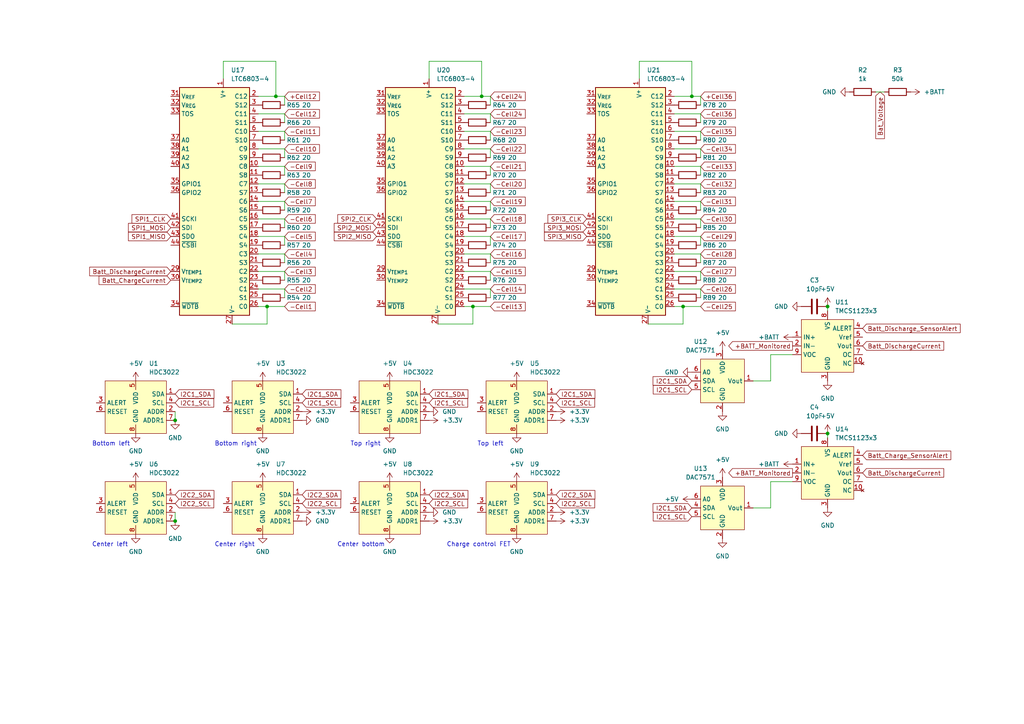
<source format=kicad_sch>
(kicad_sch (version 20230121) (generator eeschema)
  (paper "A4")
  (title_block (title "Cell monitoring") (date "2023-08-20") (rev "1") (company "Dynamium"))
  (lib_symbols
    (symbol "Analog_DAC:DAC7571"
      (property "Reference" "U" (at -1.27 11.43 0))
      (property "Value" "DAC7571" (at 5.08 11.43 0))
      (symbol "DAC7571_1_1"
        (rectangle (start -6.35 6.35) (end 6.35 -6.35) (fill (type background)))
        (pin output line (at 8.89 0 180) (length 2.54) (name "Vout") (number "1"))
        (pin power_out line (at 0 -8.89 90) (length 2.54) (name "GND") (number "2"))
        (pin power_in line (at 0 8.89 270) (length 2.54) (name "VDD") (number "3"))
        (pin bidirectional line (at -8.89 0 0) (length 2.54) (name "SDA") (number "4"))
        (pin input line (at -8.89 -2.54 0) (length 2.54) (name "SCL") (number "5"))
        (pin input line (at -8.89 2.54 0) (length 2.54) (name "A0") (number "6"))
      )
    )
    (symbol "Battery_Management:LTC6803-4"
      (property "Reference" "U" (at -10.16 34.29 0))
      (property "Value" "LTC6803-4" (at -10.16 -34.29 0))
      (symbol "LTC6803-4_0_1"
        (rectangle (start 10.16 -33.02) (end -10.16 33.02) (stroke (width 0.254)) (fill (type background)))
      )
      (symbol "LTC6803-4_1_1"
        (pin input line (at 2.54 35.56 270) (length 2.54) (name "V^{+}") (number "1"))
        (pin input line (at 12.7 10.16 180) (length 2.54) (name "C8") (number "10"))
        (pin input line (at 12.7 7.62 180) (length 2.54) (name "S8") (number "11"))
        (pin input line (at 12.7 5.08 180) (length 2.54) (name "C7") (number "12"))
        (pin input line (at 12.7 2.54 180) (length 2.54) (name "S7") (number "13"))
        (pin input line (at 12.7 0 180) (length 2.54) (name "C6") (number "14"))
        (pin input line (at 12.7 -2.54 180) (length 2.54) (name "S6") (number "15"))
        (pin input line (at 12.7 -5.08 180) (length 2.54) (name "C5") (number "16"))
        (pin input line (at 12.7 -7.62 180) (length 2.54) (name "S5") (number "17"))
        (pin input line (at 12.7 -10.16 180) (length 2.54) (name "C4") (number "18"))
        (pin input line (at 12.7 -12.7 180) (length 2.54) (name "S4") (number "19"))
        (pin input line (at 12.7 30.48 180) (length 2.54) (name "C12") (number "2"))
        (pin input line (at 12.7 -15.24 180) (length 2.54) (name "C3") (number "20"))
        (pin input line (at 12.7 -17.78 180) (length 2.54) (name "S3") (number "21"))
        (pin input line (at 12.7 -20.32 180) (length 2.54) (name "C2") (number "22"))
        (pin input line (at 12.7 -22.86 180) (length 2.54) (name "S2") (number "23"))
        (pin input line (at 12.7 -25.4 180) (length 2.54) (name "C1") (number "24"))
        (pin input line (at 12.7 -27.94 180) (length 2.54) (name "S1") (number "25"))
        (pin input line (at 12.7 -30.48 180) (length 2.54) (name "C0") (number "26"))
        (pin input line (at 5.08 -35.56 90) (length 2.54) (name "V^{-}") (number "27"))
        (pin no_connect line (at 0 33.02 270) (length 2.54) hide (name "NC") (number "28"))
        (pin input line (at -12.7 -20.32 0) (length 2.54) (name "V_{TEMP1}") (number "29"))
        (pin input line (at 12.7 27.94 180) (length 2.54) (name "S12") (number "3"))
        (pin input line (at -12.7 -22.86 0) (length 2.54) (name "V_{TEMP2}") (number "30"))
        (pin input line (at -12.7 30.48 0) (length 2.54) (name "V_{REF}") (number "31"))
        (pin input line (at -12.7 27.94 0) (length 2.54) (name "V_{REG}") (number "32"))
        (pin input line (at -12.7 25.4 0) (length 2.54) (name "TOS") (number "33"))
        (pin open_collector line (at -12.7 -30.48 0) (length 2.54) (name "~{WDTB}") (number "34"))
        (pin input line (at -12.7 5.08 0) (length 2.54) (name "GPIO1") (number "35"))
        (pin input line (at -12.7 2.54 0) (length 2.54) (name "GPIO2") (number "36"))
        (pin input line (at -12.7 17.78 0) (length 2.54) (name "A0") (number "37"))
        (pin input line (at -12.7 15.24 0) (length 2.54) (name "A1") (number "38"))
        (pin input line (at -12.7 12.7 0) (length 2.54) (name "A2") (number "39"))
        (pin input line (at 12.7 25.4 180) (length 2.54) (name "C11") (number "4"))
        (pin input line (at -12.7 10.16 0) (length 2.54) (name "A3") (number "40"))
        (pin input line (at -12.7 -5.08 0) (length 2.54) (name "SCKI") (number "41"))
        (pin input line (at -12.7 -7.62 0) (length 2.54) (name "SDI") (number "42"))
        (pin open_collector line (at -12.7 -10.16 0) (length 2.54) (name "SDO") (number "43"))
        (pin input line (at -12.7 -12.7 0) (length 2.54) (name "~{CSBI}") (number "44"))
        (pin input line (at 12.7 22.86 180) (length 2.54) (name "S11") (number "5"))
        (pin input line (at 12.7 20.32 180) (length 2.54) (name "C10") (number "6"))
        (pin input line (at 12.7 17.78 180) (length 2.54) (name "S10") (number "7"))
        (pin input line (at 12.7 15.24 180) (length 2.54) (name "C9") (number "8"))
        (pin input line (at 12.7 12.7 180) (length 2.54) (name "S9") (number "9"))
      )
    )
    (symbol "Device:C" (pin_numbers hide) (pin_names (offset 0.254))
      (property "Reference" "C" (at 0.635 2.54 0))
      (property "Value" "C" (at 0.635 -2.54 0))
      (symbol "C_0_1"
        (polyline (pts (xy -2.032 -0.762) (xy 2.032 -0.762)) (stroke (width 0.508)))
        (polyline (pts (xy -2.032 0.762) (xy 2.032 0.762)) (stroke (width 0.508)))
      )
      (symbol "C_1_1"
        (pin passive line (at 0 3.81 270) (length 2.794) (name "~") (number "1"))
        (pin passive line (at 0 -3.81 90) (length 2.794) (name "~") (number "2"))
      )
    )
    (symbol "Device:R" (pin_numbers hide) (pin_names (offset 0))
      (property "Reference" "R" (at 2.032 0 90))
      (property "Value" "R" (at 0 0 90))
      (symbol "R_0_1"
        (rectangle (start -1.016 -2.54) (end 1.016 2.54) (stroke (width 0.254)))
      )
      (symbol "R_1_1"
        (pin passive line (at 0 3.81 270) (length 1.27) (name "~") (number "1"))
        (pin passive line (at 0 -3.81 90) (length 1.27) (name "~") (number "2"))
      )
    )
    (symbol "Sensor_Current:TMCS1123x3"
      (property "Reference" "U" (at -5.08 8.89 0))
      (property "Value" "TMCS1123x3" (at 7.62 8.89 0))
      (symbol "TMCS1123x3_1_1"
        (rectangle (start -7.62 7.62) (end 7.62 -7.62) (fill (type background)))
        (pin input line (at -10.16 2.54 0) (length 2.54) (name "IN+") (number "1"))
        (pin no_connect line (at 10.16 -5.08 180) (length 2.54) (name "NC") (number "10"))
        (pin output line (at -10.16 0 0) (length 2.54) (name "IN-") (number "2"))
        (pin power_out line (at 0 -10.16 90) (length 2.54) (name "GND") (number "3"))
        (pin output line (at 10.16 5.08 180) (length 2.54) (name "ALERT") (number "4"))
        (pin output line (at 10.16 2.54 180) (length 2.54) (name "Vref") (number "5"))
        (pin output line (at 10.16 0 180) (length 2.54) (name "Vout") (number "6"))
        (pin output line (at 10.16 -2.54 180) (length 2.54) (name "OC") (number "7"))
        (pin power_in line (at 0 10.16 270) (length 2.54) (name "VS") (number "8"))
        (pin input line (at -10.16 -2.54 0) (length 2.54) (name "VOC") (number "9"))
      )
    )
    (symbol "Sensor_Humidity:HDC3022"
      (property "Reference" "U" (at -5.08 8.89 0))
      (property "Value" "HDC3022" (at 6.35 8.89 0))
      (symbol "HDC3022_1_1"
        (rectangle (start -8.89 7.62) (end 8.89 -7.62) (fill (type background)))
        (pin bidirectional line (at 11.43 3.81 180) (length 2.54) (name "SDA") (number "1"))
        (pin input line (at 11.43 -1.27 180) (length 2.54) (name "ADDR") (number "2"))
        (pin output line (at -11.43 1.27 0) (length 2.54) (name "ALERT") (number "3"))
        (pin input line (at 11.43 1.27 180) (length 2.54) (name "SCL") (number "4"))
        (pin power_in line (at 0 7.62 270) (length 2.54) (name "VDD") (number "5"))
        (pin input line (at -11.43 -1.27 0) (length 2.54) (name "RESET") (number "6"))
        (pin input line (at 11.43 -3.81 180) (length 2.54) (name "ADDR1") (number "7"))
        (pin power_out line (at 0 -7.62 90) (length 2.54) (name "GND") (number "8"))
      )
    )
    (symbol "power:+3.3V" (power) (pin_names (offset 0))
      (property "Value" "+3.3V" (at 0 3.556 0))
      (symbol "+3.3V_0_1"
        (polyline (pts (xy -0.762 1.27) (xy 0 2.54)))
        (polyline (pts (xy 0 0) (xy 0 2.54)))
        (polyline (pts (xy 0 2.54) (xy 0.762 1.27)))
      )
      (symbol "+3.3V_1_1"
        (pin power_in line (at 0 0 90) (length 0) hide (name "+3.3V") (number "1"))
      )
    )
    (symbol "power:+5V" (power) (pin_names (offset 0))
      (property "Value" "+5V" (at 0 3.556 0))
      (symbol "+5V_0_1"
        (polyline (pts (xy -0.762 1.27) (xy 0 2.54)))
        (polyline (pts (xy 0 0) (xy 0 2.54)))
        (polyline (pts (xy 0 2.54) (xy 0.762 1.27)))
      )
      (symbol "+5V_1_1"
        (pin power_in line (at 0 0 90) (length 0) hide (name "+5V") (number "1"))
      )
    )
    (symbol "power:+BATT" (power) (pin_names (offset 0))
      (property "Value" "+BATT" (at 0 3.556 0))
      (symbol "+BATT_0_1"
        (polyline (pts (xy -0.762 1.27) (xy 0 2.54)))
        (polyline (pts (xy 0 0) (xy 0 2.54)))
        (polyline (pts (xy 0 2.54) (xy 0.762 1.27)))
      )
      (symbol "+BATT_1_1"
        (pin power_in line (at 0 0 90) (length 0) hide (name "+BATT") (number "1"))
      )
    )
    (symbol "power:GND" (power) (pin_names (offset 0))
      (property "Value" "GND" (at 0 -3.81 0))
      (symbol "GND_0_1"
        (polyline (pts (xy 0 0) (xy 0 -1.27) (xy 1.27 -1.27) (xy 0 -2.54) (xy -1.27 -1.27) (xy 0 -1.27)))
      )
      (symbol "GND_1_1"
        (pin power_in line (at 0 0 270) (length 0) hide (name "GND") (number "1"))
      )
    )
  )
  (junction (at 240.03 88.9))
  (junction (at 137.16 88.9))
  (junction (at 50.8 121.92))
  (junction (at 50.8 151.13))
  (junction (at 139.7 27.94))
  (junction (at 200.66 27.94))
  (junction (at 80.01 27.94))
  (junction (at 240.03 125.73))
  (junction (at 77.47 88.9))
  (junction (at 198.12 88.9))
  (wire (pts (xy 185.42 17.78) (xy 200.66 17.78)))
  (wire (pts (xy 203.2 78.74) (xy 203.2 81.28)))
  (wire (pts (xy 195.58 83.82) (xy 203.2 83.82)))
  (wire (pts (xy 82.55 48.26) (xy 82.55 50.8)))
  (wire (pts (xy 195.58 68.58) (xy 203.2 68.58)))
  (wire (pts (xy 74.93 33.02) (xy 82.55 33.02)))
  (wire (pts (xy 74.93 27.94) (xy 80.01 27.94)))
  (wire (pts (xy 74.93 88.9) (xy 77.47 88.9)))
  (wire (pts (xy 142.24 83.82) (xy 142.24 86.36)))
  (wire (pts (xy 142.24 53.34) (xy 142.24 55.88)))
  (wire (pts (xy 134.62 33.02) (xy 142.24 33.02)))
  (wire (pts (xy 80.01 17.78) (xy 80.01 27.94)))
  (wire (pts (xy 64.77 22.86) (xy 64.77 17.78)))
  (wire (pts (xy 82.55 73.66) (xy 82.55 76.2)))
  (wire (pts (xy 74.93 63.5) (xy 82.55 63.5)))
  (wire (pts (xy 134.62 27.94) (xy 139.7 27.94)))
  (wire (pts (xy 82.55 83.82) (xy 82.55 86.36)))
  (wire (pts (xy 203.2 63.5) (xy 203.2 66.04)))
  (wire (pts (xy 203.2 53.34) (xy 203.2 55.88)))
  (wire (pts (xy 134.62 38.1) (xy 142.24 38.1)))
  (wire (pts (xy 137.16 88.9) (xy 142.24 88.9)))
  (wire (pts (xy 142.24 63.5) (xy 142.24 66.04)))
  (wire (pts (xy 142.24 33.02) (xy 142.24 35.56)))
  (wire (pts (xy 185.42 22.86) (xy 185.42 17.78)))
  (wire (pts (xy 195.58 58.42) (xy 203.2 58.42)))
  (wire (pts (xy 203.2 38.1) (xy 203.2 40.64)))
  (wire (pts (xy 74.93 38.1) (xy 82.55 38.1)))
  (wire (pts (xy 240.03 125.73) (xy 240.03 127)))
  (wire (pts (xy 82.55 68.58) (xy 82.55 71.12)))
  (wire (pts (xy 74.93 83.82) (xy 82.55 83.82)))
  (wire (pts (xy 142.24 48.26) (xy 142.24 50.8)))
  (wire (pts (xy 82.55 63.5) (xy 82.55 66.04)))
  (wire (pts (xy 82.55 43.18) (xy 82.55 45.72)))
  (wire (pts (xy 203.2 68.58) (xy 203.2 71.12)))
  (wire (pts (xy 218.44 110.49) (xy 223.52 110.49)))
  (wire (pts (xy 134.62 68.58) (xy 142.24 68.58)))
  (wire (pts (xy 124.46 22.86) (xy 124.46 17.78)))
  (wire (pts (xy 82.55 58.42) (xy 82.55 60.96)))
  (wire (pts (xy 142.24 38.1) (xy 142.24 40.64)))
  (wire (pts (xy 195.58 88.9) (xy 198.12 88.9)))
  (wire (pts (xy 203.2 33.02) (xy 203.2 35.56)))
  (wire (pts (xy 134.62 53.34) (xy 142.24 53.34)))
  (wire (pts (xy 200.66 17.78) (xy 200.66 27.94)))
  (wire (pts (xy 134.62 58.42) (xy 142.24 58.42)))
  (wire (pts (xy 134.62 48.26) (xy 142.24 48.26)))
  (wire (pts (xy 82.55 33.02) (xy 82.55 35.56)))
  (wire (pts (xy 137.16 93.98) (xy 137.16 88.9)))
  (wire (pts (xy 134.62 63.5) (xy 142.24 63.5)))
  (wire (pts (xy 74.93 78.74) (xy 82.55 78.74)))
  (wire (pts (xy 82.55 53.34) (xy 82.55 55.88)))
  (wire (pts (xy 77.47 88.9) (xy 82.55 88.9)))
  (wire (pts (xy 195.58 48.26) (xy 203.2 48.26)))
  (wire (pts (xy 134.62 88.9) (xy 137.16 88.9)))
  (wire (pts (xy 195.58 53.34) (xy 203.2 53.34)))
  (wire (pts (xy 64.77 17.78) (xy 80.01 17.78)))
  (wire (pts (xy 50.8 148.59) (xy 50.8 151.13)))
  (wire (pts (xy 82.55 78.74) (xy 82.55 81.28)))
  (wire (pts (xy 142.24 68.58) (xy 142.24 71.12)))
  (wire (pts (xy 203.2 83.82) (xy 203.2 86.36)))
  (wire (pts (xy 187.96 93.98) (xy 198.12 93.98)))
  (wire (pts (xy 223.52 102.87) (xy 229.87 102.87)))
  (wire (pts (xy 134.62 78.74) (xy 142.24 78.74)))
  (wire (pts (xy 142.24 58.42) (xy 142.24 60.96)))
  (wire (pts (xy 74.93 43.18) (xy 82.55 43.18)))
  (wire (pts (xy 142.24 78.74) (xy 142.24 81.28)))
  (wire (pts (xy 134.62 43.18) (xy 142.24 43.18)))
  (wire (pts (xy 82.55 27.94) (xy 82.55 30.48)))
  (wire (pts (xy 223.52 110.49) (xy 223.52 102.87)))
  (wire (pts (xy 195.58 73.66) (xy 203.2 73.66)))
  (wire (pts (xy 82.55 38.1) (xy 82.55 40.64)))
  (wire (pts (xy 127 93.98) (xy 137.16 93.98)))
  (wire (pts (xy 198.12 88.9) (xy 203.2 88.9)))
  (wire (pts (xy 203.2 27.94) (xy 203.2 30.48)))
  (wire (pts (xy 80.01 27.94) (xy 82.55 27.94)))
  (wire (pts (xy 77.47 93.98) (xy 77.47 88.9)))
  (wire (pts (xy 203.2 58.42) (xy 203.2 60.96)))
  (wire (pts (xy 142.24 43.18) (xy 142.24 45.72)))
  (wire (pts (xy 203.2 48.26) (xy 203.2 50.8)))
  (wire (pts (xy 74.93 73.66) (xy 82.55 73.66)))
  (wire (pts (xy 50.8 119.38) (xy 50.8 121.92)))
  (wire (pts (xy 134.62 73.66) (xy 142.24 73.66)))
  (wire (pts (xy 195.58 78.74) (xy 203.2 78.74)))
  (wire (pts (xy 142.24 27.94) (xy 142.24 30.48)))
  (wire (pts (xy 134.62 83.82) (xy 142.24 83.82)))
  (wire (pts (xy 195.58 33.02) (xy 203.2 33.02)))
  (wire (pts (xy 203.2 73.66) (xy 203.2 76.2)))
  (wire (pts (xy 139.7 27.94) (xy 142.24 27.94)))
  (wire (pts (xy 74.93 53.34) (xy 82.55 53.34)))
  (wire (pts (xy 223.52 147.32) (xy 223.52 139.7)))
  (wire (pts (xy 223.52 139.7) (xy 229.87 139.7)))
  (wire (pts (xy 139.7 17.78) (xy 139.7 27.94)))
  (wire (pts (xy 254 26.67) (xy 256.54 26.67)))
  (wire (pts (xy 142.24 73.66) (xy 142.24 76.2)))
  (wire (pts (xy 240.03 88.9) (xy 240.03 90.17)))
  (wire (pts (xy 198.12 93.98) (xy 198.12 88.9)))
  (wire (pts (xy 195.58 43.18) (xy 203.2 43.18)))
  (wire (pts (xy 195.58 38.1) (xy 203.2 38.1)))
  (wire (pts (xy 124.46 17.78) (xy 139.7 17.78)))
  (wire (pts (xy 74.93 58.42) (xy 82.55 58.42)))
  (wire (pts (xy 74.93 48.26) (xy 82.55 48.26)))
  (wire (pts (xy 74.93 68.58) (xy 82.55 68.58)))
  (wire (pts (xy 67.31 93.98) (xy 77.47 93.98)))
  (wire (pts (xy 200.66 27.94) (xy 203.2 27.94)))
  (wire (pts (xy 203.2 43.18) (xy 203.2 45.72)))
  (wire (pts (xy 218.44 147.32) (xy 223.52 147.32)))
  (wire (pts (xy 195.58 63.5) (xy 203.2 63.5)))
  (wire (pts (xy 195.58 27.94) (xy 200.66 27.94)))
  (text "Center left" (at 26.67 158.75 0) (effects (font (size 1.27 1.27)) (justify left bottom)))
  (text "Center bottom" (at 97.79 158.75 0) (effects (font (size 1.27 1.27)) (justify left bottom)))
  (text "Bottom left" (at 26.67 129.54 0) (effects (font (size 1.27 1.27)) (justify left bottom)))
  (text "Top right" (at 101.6 129.54 0) (effects (font (size 1.27 1.27)) (justify left bottom)))
  (text "Top left" (at 138.43 129.54 0) (effects (font (size 1.27 1.27)) (justify left bottom)))
  (text "Charge control FET" (at 129.54 158.75 0) (effects (font (size 1.27 1.27)) (justify left bottom)))
  (text "Bottom right" (at 62.23 129.54 0) (effects (font (size 1.27 1.27)) (justify left bottom)))
  (text "Center right" (at 62.23 158.75 0) (effects (font (size 1.27 1.27)) (justify left bottom)))
  (global_label "-Cell33" (shape input) (at 203.2 48.26 0) (property "Intersheetrefs" "${INTERSHEET_REFS}" (effects hide)))
  (global_label "I2C1_SDA" (shape input) (at 87.63 114.3 0) (property "Intersheetrefs" "${INTERSHEET_REFS}" (effects hide)))
  (global_label "-Cell17" (shape input) (at 142.24 68.58 0) (property "Intersheetrefs" "${INTERSHEET_REFS}" (effects hide)))
  (global_label "Batt_ChargeCurrent" (shape input) (at 49.53 81.28 180) (property "Intersheetrefs" "${INTERSHEET_REFS}" (effects hide)))
  (global_label "-Cell29" (shape input) (at 203.2 68.58 0) (property "Intersheetrefs" "${INTERSHEET_REFS}" (effects hide)))
  (global_label "-Cell15" (shape input) (at 142.24 78.74 0) (property "Intersheetrefs" "${INTERSHEET_REFS}" (effects hide)))
  (global_label "I2C1_SCL" (shape input) (at 50.8 116.84 0) (property "Intersheetrefs" "${INTERSHEET_REFS}" (effects hide)))
  (global_label "I2C2_SCL" (shape input) (at 87.63 146.05 0) (property "Intersheetrefs" "${INTERSHEET_REFS}" (effects hide)))
  (global_label "-Cell28" (shape input) (at 203.2 73.66 0) (property "Intersheetrefs" "${INTERSHEET_REFS}" (effects hide)))
  (global_label "+Сell12" (shape input) (at 82.55 27.94 0) (property "Intersheetrefs" "${INTERSHEET_REFS}" (effects hide)))
  (global_label "I2C2_SDA" (shape input) (at 87.63 143.51 0) (property "Intersheetrefs" "${INTERSHEET_REFS}" (effects hide)))
  (global_label "-Cell1" (shape input) (at 82.55 88.9 0) (property "Intersheetrefs" "${INTERSHEET_REFS}" (effects hide)))
  (global_label "SPI2_CLK" (shape input) (at 109.22 63.5 180) (property "Intersheetrefs" "${INTERSHEET_REFS}" (effects hide)))
  (global_label "I2C1_SCL" (shape input) (at 124.46 116.84 0) (property "Intersheetrefs" "${INTERSHEET_REFS}" (effects hide)))
  (global_label "SPI3_MISO" (shape input) (at 170.18 68.58 180) (property "Intersheetrefs" "${INTERSHEET_REFS}" (effects hide)))
  (global_label "-Cell7" (shape input) (at 82.55 58.42 0) (property "Intersheetrefs" "${INTERSHEET_REFS}" (effects hide)))
  (global_label "-Cell12" (shape input) (at 82.55 33.02 0) (property "Intersheetrefs" "${INTERSHEET_REFS}" (effects hide)))
  (global_label "I2C2_SDA" (shape input) (at 124.46 143.51 0) (property "Intersheetrefs" "${INTERSHEET_REFS}" (effects hide)))
  (global_label "SPI1_MOSI" (shape input) (at 49.53 66.04 180) (property "Intersheetrefs" "${INTERSHEET_REFS}" (effects hide)))
  (global_label "-Cell25" (shape input) (at 203.2 88.9 0) (property "Intersheetrefs" "${INTERSHEET_REFS}" (effects hide)))
  (global_label "-Cell30" (shape input) (at 203.2 63.5 0) (property "Intersheetrefs" "${INTERSHEET_REFS}" (effects hide)))
  (global_label "-Cell23" (shape input) (at 142.24 38.1 0) (property "Intersheetrefs" "${INTERSHEET_REFS}" (effects hide)))
  (global_label "-Cell13" (shape input) (at 142.24 88.9 0) (property "Intersheetrefs" "${INTERSHEET_REFS}" (effects hide)))
  (global_label "+Cell36" (shape input) (at 203.2 27.94 0) (property "Intersheetrefs" "${INTERSHEET_REFS}" (effects hide)))
  (global_label "I2C1_SDA" (shape input) (at 161.29 114.3 0) (property "Intersheetrefs" "${INTERSHEET_REFS}" (effects hide)))
  (global_label "-Cell10" (shape input) (at 82.55 43.18 0) (property "Intersheetrefs" "${INTERSHEET_REFS}" (effects hide)))
  (global_label "-Cell20" (shape input) (at 142.24 53.34 0) (property "Intersheetrefs" "${INTERSHEET_REFS}" (effects hide)))
  (global_label "I2C1_SDA" (shape input) (at 124.46 114.3 0) (property "Intersheetrefs" "${INTERSHEET_REFS}" (effects hide)))
  (global_label "I2C2_SCL" (shape input) (at 50.8 146.05 0) (property "Intersheetrefs" "${INTERSHEET_REFS}" (effects hide)))
  (global_label "-Cell32" (shape input) (at 203.2 53.34 0) (property "Intersheetrefs" "${INTERSHEET_REFS}" (effects hide)))
  (global_label "Batt_DischargeCurrent" (shape input) (at 49.53 78.74 180) (property "Intersheetrefs" "${INTERSHEET_REFS}" (effects hide)))
  (global_label "-Cell8" (shape input) (at 82.55 53.34 0) (property "Intersheetrefs" "${INTERSHEET_REFS}" (effects hide)))
  (global_label "-Cell16" (shape input) (at 142.24 73.66 0) (property "Intersheetrefs" "${INTERSHEET_REFS}" (effects hide)))
  (global_label "-Cell18" (shape input) (at 142.24 63.5 0) (property "Intersheetrefs" "${INTERSHEET_REFS}" (effects hide)))
  (global_label "-Cell4" (shape input) (at 82.55 73.66 0) (property "Intersheetrefs" "${INTERSHEET_REFS}" (effects hide)))
  (global_label "I2C1_SCL" (shape input) (at 200.66 113.03 180) (property "Intersheetrefs" "${INTERSHEET_REFS}" (effects hide)))
  (global_label "-Cell21" (shape input) (at 142.24 48.26 0) (property "Intersheetrefs" "${INTERSHEET_REFS}" (effects hide)))
  (global_label "I2C2_SDA" (shape input) (at 161.29 143.51 0) (property "Intersheetrefs" "${INTERSHEET_REFS}" (effects hide)))
  (global_label "I2C1_SDA" (shape input) (at 50.8 114.3 0) (property "Intersheetrefs" "${INTERSHEET_REFS}" (effects hide)))
  (global_label "-Cell19" (shape input) (at 142.24 58.42 0) (property "Intersheetrefs" "${INTERSHEET_REFS}" (effects hide)))
  (global_label "SPI2_MOSI" (shape input) (at 109.22 66.04 180) (property "Intersheetrefs" "${INTERSHEET_REFS}" (effects hide)))
  (global_label "-Cell36" (shape input) (at 203.2 33.02 0) (property "Intersheetrefs" "${INTERSHEET_REFS}" (effects hide)))
  (global_label "SPI3_CLK" (shape input) (at 170.18 63.5 180) (property "Intersheetrefs" "${INTERSHEET_REFS}" (effects hide)))
  (global_label "-Cell34" (shape input) (at 203.2 43.18 0) (property "Intersheetrefs" "${INTERSHEET_REFS}" (effects hide)))
  (global_label "I2C1_SCL" (shape input) (at 87.63 116.84 0) (property "Intersheetrefs" "${INTERSHEET_REFS}" (effects hide)))
  (global_label "I2C2_SDA" (shape input) (at 50.8 143.51 0) (property "Intersheetrefs" "${INTERSHEET_REFS}" (effects hide)))
  (global_label "SPI2_MISO" (shape input) (at 109.22 68.58 180) (property "Intersheetrefs" "${INTERSHEET_REFS}" (effects hide)))
  (global_label "-Cell35" (shape input) (at 203.2 38.1 0) (property "Intersheetrefs" "${INTERSHEET_REFS}" (effects hide)))
  (global_label "SPI1_MISO" (shape input) (at 49.53 68.58 180) (property "Intersheetrefs" "${INTERSHEET_REFS}" (effects hide)))
  (global_label "Batt_DischargeCurrent" (shape input) (at 250.19 100.33 0) (property "Intersheetrefs" "${INTERSHEET_REFS}" (effects hide)))
  (global_label "I2C2_SCL" (shape input) (at 124.46 146.05 0) (property "Intersheetrefs" "${INTERSHEET_REFS}" (effects hide)))
  (global_label "I2C1_SDA" (shape input) (at 200.66 110.49 180) (property "Intersheetrefs" "${INTERSHEET_REFS}" (effects hide)))
  (global_label "+BATT_Monitored" (shape output) (at 229.87 100.33 180) (property "Intersheetrefs" "${INTERSHEET_REFS}" (effects hide)))
  (global_label "-Cell9" (shape input) (at 82.55 48.26 0) (property "Intersheetrefs" "${INTERSHEET_REFS}" (effects hide)))
  (global_label "-Cell5" (shape input) (at 82.55 68.58 0) (property "Intersheetrefs" "${INTERSHEET_REFS}" (effects hide)))
  (global_label "-Cell26" (shape input) (at 203.2 83.82 0) (property "Intersheetrefs" "${INTERSHEET_REFS}" (effects hide)))
  (global_label "+Cell24" (shape input) (at 142.24 27.94 0) (property "Intersheetrefs" "${INTERSHEET_REFS}" (effects hide)))
  (global_label "-Cell6" (shape input) (at 82.55 63.5 0) (property "Intersheetrefs" "${INTERSHEET_REFS}" (effects hide)))
  (global_label "-Cell22" (shape input) (at 142.24 43.18 0) (property "Intersheetrefs" "${INTERSHEET_REFS}" (effects hide)))
  (global_label "+BATT_Monitored" (shape output) (at 229.87 137.16 180) (property "Intersheetrefs" "${INTERSHEET_REFS}" (effects hide)))
  (global_label "SPI1_CLK" (shape input) (at 49.53 63.5 180) (property "Intersheetrefs" "${INTERSHEET_REFS}" (effects hide)))
  (global_label "Batt_Discharge_SensorAlert" (shape input) (at 250.19 95.25 0) (property "Intersheetrefs" "${INTERSHEET_REFS}" (effects hide)))
  (global_label "-Cell2" (shape input) (at 82.55 83.82 0) (property "Intersheetrefs" "${INTERSHEET_REFS}" (effects hide)))
  (global_label "Batt_DischargeCurrent" (shape input) (at 250.19 137.16 0) (property "Intersheetrefs" "${INTERSHEET_REFS}" (effects hide)))
  (global_label "Bat_Voltage" (shape input) (at 255.27 26.67 270) (property "Intersheetrefs" "${INTERSHEET_REFS}" (effects hide)))
  (global_label "I2C1_SDA" (shape input) (at 200.66 147.32 180) (property "Intersheetrefs" "${INTERSHEET_REFS}" (effects hide)))
  (global_label "I2C1_SCL" (shape input) (at 161.29 116.84 0) (property "Intersheetrefs" "${INTERSHEET_REFS}" (effects hide)))
  (global_label "-Cell27" (shape input) (at 203.2 78.74 0) (property "Intersheetrefs" "${INTERSHEET_REFS}" (effects hide)))
  (global_label "-Cell24" (shape input) (at 142.24 33.02 0) (property "Intersheetrefs" "${INTERSHEET_REFS}" (effects hide)))
  (global_label "-Cell31" (shape input) (at 203.2 58.42 0) (property "Intersheetrefs" "${INTERSHEET_REFS}" (effects hide)))
  (global_label "-Cell3" (shape input) (at 82.55 78.74 0) (property "Intersheetrefs" "${INTERSHEET_REFS}" (effects hide)))
  (global_label "SPI3_MOSI" (shape input) (at 170.18 66.04 180) (property "Intersheetrefs" "${INTERSHEET_REFS}" (effects hide)))
  (global_label "I2C2_SCL" (shape input) (at 161.29 146.05 0) (property "Intersheetrefs" "${INTERSHEET_REFS}" (effects hide)))
  (global_label "I2C1_SCL" (shape input) (at 200.66 149.86 180) (property "Intersheetrefs" "${INTERSHEET_REFS}" (effects hide)))
  (global_label "Batt_Charge_SensorAlert" (shape input) (at 250.19 132.08 0) (property "Intersheetrefs" "${INTERSHEET_REFS}" (effects hide)))
  (global_label "-Cell14" (shape input) (at 142.24 83.82 0) (property "Intersheetrefs" "${INTERSHEET_REFS}" (effects hide)))
  (global_label "-Cell11" (shape input) (at 82.55 38.1 0) (property "Intersheetrefs" "${INTERSHEET_REFS}" (effects hide)))
  (symbol (lib_id "Device:R") (at 138.43 45.72 90) (unit 1)
    (property "Reference" "R69" (at 144.78 45.72 90))
    (property "Value" "20" (at 148.59 45.72 90))
    (instances (project "SmartBMS" (path "" (reference "R69") (unit 1)) (path "" (reference "R113") (unit 1))))
  )
  (symbol (lib_id "power:+3.3V") (at 161.29 151.13 270) (unit 1)
    (property "Reference" "#PWR045" (effects hide))
    (property "Value" "+3.3V" (at 165.1 151.13 90) (effects (justify left)))
  )
  (symbol (lib_id "Device:R") (at 199.39 55.88 90) (unit 1)
    (property "Reference" "R83" (at 205.74 55.88 90))
    (property "Value" "20" (at 209.55 55.88 90))
    (instances (project "SmartBMS" (path "" (reference "R83") (unit 1)) (path "" (reference "R129") (unit 1))))
  )
  (symbol (lib_id "power:GND") (at 39.37 125.73 0) (unit 1)
    (property "Reference" "#PWR013" (effects hide))
    (property "Value" "GND" (at 39.37 130.81 0))
  )
  (symbol (lib_id "Battery_Management:LTC6803-4") (at 62.23 58.42 0) (unit 1)
    (property "Reference" "U17" (at 66.9641 20.32 0) (effects (justify left)))
    (property "Value" "LTC6803-4" (at 66.9641 22.86 0) (effects (justify left)))
    (property "Footprint" "Package_SO:SSOP-44_5.3x12.8mm_P0.5mm" (effects hide))
    (property "Datasheet" "https://www.analog.com/media/en/technical-documentation/data-sheets/680324fa.pdf" (effects hide))
    (instances (project "SmartBMS" (path "" (reference "U17") (unit 1)) (path "" (reference "U24") (unit 1))))
  )
  (symbol (lib_id "power:GND") (at 39.37 154.94 0) (unit 1)
    (property "Reference" "#PWR032" (effects hide))
    (property "Value" "GND" (at 39.37 160.02 0))
  )
  (symbol (lib_id "power:+5V") (at 240.03 125.73 0) (unit 1)
    (property "Reference" "#PWR058" (effects hide))
    (property "Value" "+5V" (at 240.03 120.65 0))
  )
  (symbol (lib_id "power:+5V") (at 240.03 88.9 0) (unit 1)
    (property "Reference" "#PWR046" (effects hide))
    (property "Value" "+5V" (at 240.03 83.82 0))
  )
  (symbol (lib_id "power:GND") (at 149.86 154.94 0) (unit 1)
    (property "Reference" "#PWR043" (effects hide))
    (property "Value" "GND" (at 149.86 160.02 0))
  )
  (symbol (lib_id "Sensor_Humidity:HDC3022") (at 76.2 147.32 0) (unit 1)
    (property "Reference" "U7" (at 80.01 134.62 0) (effects (justify left)))
    (property "Value" "HDC3022" (at 80.01 137.16 0) (effects (justify left)))
    (property "Footprint" "Package_SON:Texas_S-PWSON-N8_EP1.2x2mm" (effects hide))
    (property "Datasheet" "https://www.ti.com/lit/ds/symlink/hdc3022.pdf" (effects hide))
  )
  (symbol (lib_id "Device:R") (at 199.39 76.2 90) (unit 1)
    (property "Reference" "R87" (at 205.74 76.2 90))
    (property "Value" "20" (at 209.55 76.2 90))
    (instances (project "SmartBMS" (path "" (reference "R87") (unit 1)) (path "" (reference "R133") (unit 1))))
  )
  (symbol (lib_id "power:GND") (at 209.55 119.38 0) (unit 1)
    (property "Reference" "#PWR049" (effects hide))
    (property "Value" "GND" (at 209.55 124.46 0))
  )
  (symbol (lib_id "Device:R") (at 260.35 26.67 90) (unit 1)
    (property "Reference" "R3" (at 260.35 20.32 90))
    (property "Value" "50k" (at 260.35 22.86 90))
  )
  (symbol (lib_id "power:GND") (at 124.46 148.59 90) (unit 1)
    (property "Reference" "#PWR040" (effects hide))
    (property "Value" "GND" (at 128.27 148.59 90) (effects (justify right)))
  )
  (symbol (lib_id "power:+3.3V") (at 87.63 148.59 270) (unit 1)
    (property "Reference" "#PWR036" (effects hide))
    (property "Value" "+3.3V" (at 91.44 148.59 90) (effects (justify left)))
  )
  (symbol (lib_id "power:GND") (at 240.03 147.32 0) (unit 1)
    (property "Reference" "#PWR059" (effects hide))
    (property "Value" "GND" (at 240.03 152.4 0))
  )
  (symbol (lib_id "Battery_Management:LTC6803-4") (at 121.92 58.42 0) (unit 1)
    (property "Reference" "U20" (at 126.6541 20.32 0) (effects (justify left)))
    (property "Value" "LTC6803-4" (at 126.6541 22.86 0) (effects (justify left)))
    (property "Footprint" "Package_SO:SSOP-44_5.3x12.8mm_P0.5mm" (effects hide))
    (property "Datasheet" "https://www.analog.com/media/en/technical-documentation/data-sheets/680324fa.pdf" (effects hide))
    (instances (project "SmartBMS" (path "" (reference "U20") (unit 1)) (path "" (reference "U27") (unit 1))))
  )
  (symbol (lib_id "Device:R") (at 138.43 35.56 90) (unit 1)
    (property "Reference" "R67" (at 144.78 35.56 90))
    (property "Value" "20" (at 148.59 35.56 90))
    (instances (project "SmartBMS" (path "" (reference "R67") (unit 1)) (path "" (reference "R111") (unit 1))))
  )
  (symbol (lib_id "power:+5V") (at 113.03 139.7 0) (unit 1)
    (property "Reference" "#PWR038" (effects hide))
    (property "Value" "+5V" (at 113.03 134.62 0))
  )
  (symbol (lib_id "Device:R") (at 78.74 50.8 90) (unit 1)
    (property "Reference" "R63" (at 85.09 50.8 90))
    (property "Value" "20" (at 88.9 50.8 90))
    (instances (project "SmartBMS" (path "" (reference "R63") (unit 1)) (path "" (reference "R98") (unit 1))))
  )
  (symbol (lib_id "Sensor_Humidity:HDC3022") (at 39.37 118.11 0) (unit 1)
    (property "Reference" "U1" (at 43.18 105.41 0) (effects (justify left)))
    (property "Value" "HDC3022" (at 43.18 107.95 0) (effects (justify left)))
    (property "Footprint" "Package_SON:Texas_S-PWSON-N8_EP1.2x2mm" (effects hide))
    (property "Datasheet" "https://www.ti.com/lit/ds/symlink/hdc3022.pdf" (effects hide))
  )
  (symbol (lib_id "Sensor_Humidity:HDC3022") (at 39.37 147.32 0) (unit 1)
    (property "Reference" "U6" (at 43.18 134.62 0) (effects (justify left)))
    (property "Value" "HDC3022" (at 43.18 137.16 0) (effects (justify left)))
    (property "Footprint" "Package_SON:Texas_S-PWSON-N8_EP1.2x2mm" (effects hide))
    (property "Datasheet" "https://www.ti.com/lit/ds/symlink/hdc3022.pdf" (effects hide))
  )
  (symbol (lib_id "power:+5V") (at 76.2 110.49 0) (unit 1)
    (property "Reference" "#PWR015" (effects hide))
    (property "Value" "+5V" (at 76.2 105.41 0))
  )
  (symbol (lib_id "Sensor_Humidity:HDC3022") (at 113.03 147.32 0) (unit 1)
    (property "Reference" "U8" (at 116.84 134.62 0) (effects (justify left)))
    (property "Value" "HDC3022" (at 116.84 137.16 0) (effects (justify left)))
    (property "Footprint" "Package_SON:Texas_S-PWSON-N8_EP1.2x2mm" (effects hide))
    (property "Datasheet" "https://www.ti.com/lit/ds/symlink/hdc3022.pdf" (effects hide))
  )
  (symbol (lib_id "Device:R") (at 199.39 40.64 90) (unit 1)
    (property "Reference" "R80" (at 205.74 40.64 90))
    (property "Value" "20" (at 209.55 40.64 90))
    (instances (project "SmartBMS" (path "" (reference "R80") (unit 1)) (path "" (reference "R126") (unit 1))))
  )
  (symbol (lib_id "power:+3.3V") (at 124.46 121.92 270) (unit 1)
    (property "Reference" "#PWR022" (effects hide))
    (property "Value" "+3.3V" (at 128.27 121.92 90) (effects (justify left)))
  )
  (symbol (lib_id "Device:R") (at 78.74 40.64 90) (unit 1)
    (property "Reference" "R61" (at 85.09 40.64 90))
    (property "Value" "20" (at 88.9 40.64 90))
    (instances (project "SmartBMS" (path "" (reference "R61") (unit 1)) (path "" (reference "R96") (unit 1))))
  )
  (symbol (lib_id "Device:R") (at 199.39 45.72 90) (unit 1)
    (property "Reference" "R81" (at 205.74 45.72 90))
    (property "Value" "20" (at 209.55 45.72 90))
    (instances (project "SmartBMS" (path "" (reference "R81") (unit 1)) (path "" (reference "R127") (unit 1))))
  )
  (symbol (lib_id "Device:R") (at 78.74 60.96 90) (unit 1)
    (property "Reference" "R59" (at 85.09 60.96 90))
    (property "Value" "20" (at 88.9 60.96 90))
    (instances (project "SmartBMS" (path "" (reference "R59") (unit 1)) (path "" (reference "R100") (unit 1))))
  )
  (symbol (lib_id "Device:R") (at 138.43 66.04 90) (unit 1)
    (property "Reference" "R73" (at 144.78 66.04 90))
    (property "Value" "20" (at 148.59 66.04 90))
    (instances (project "SmartBMS" (path "" (reference "R73") (unit 1)) (path "" (reference "R117") (unit 1))))
  )
  (symbol (lib_id "power:+5V") (at 149.86 110.49 0) (unit 1)
    (property "Reference" "#PWR026" (effects hide))
    (property "Value" "+5V" (at 149.86 105.41 0))
  )
  (symbol (lib_id "Device:R") (at 199.39 60.96 90) (unit 1)
    (property "Reference" "R84" (at 205.74 60.96 90))
    (property "Value" "20" (at 209.55 60.96 90))
    (instances (project "SmartBMS" (path "" (reference "R84") (unit 1)) (path "" (reference "R130") (unit 1))))
  )
  (symbol (lib_id "Device:R") (at 138.43 55.88 90) (unit 1)
    (property "Reference" "R71" (at 144.78 55.88 90))
    (property "Value" "20" (at 148.59 55.88 90))
    (instances (project "SmartBMS" (path "" (reference "R71") (unit 1)) (path "" (reference "R115") (unit 1))))
  )
  (symbol (lib_id "Device:R") (at 199.39 66.04 90) (unit 1)
    (property "Reference" "R85" (at 205.74 66.04 90))
    (property "Value" "20" (at 209.55 66.04 90))
    (instances (project "SmartBMS" (path "" (reference "R85") (unit 1)) (path "" (reference "R131") (unit 1))))
  )
  (symbol (lib_id "power:GND") (at 232.41 125.73 270) (unit 1)
    (property "Reference" "#PWR057" (effects hide))
    (property "Value" "GND" (at 228.6 125.73 90) (effects (justify right)))
  )
  (symbol (lib_id "Sensor_Humidity:HDC3022") (at 76.2 118.11 0) (unit 1)
    (property "Reference" "U3" (at 80.01 105.41 0) (effects (justify left)))
    (property "Value" "HDC3022" (at 80.01 107.95 0) (effects (justify left)))
    (property "Footprint" "Package_SON:Texas_S-PWSON-N8_EP1.2x2mm" (effects hide))
    (property "Datasheet" "https://www.ti.com/lit/ds/symlink/hdc3022.pdf" (effects hide))
  )
  (symbol (lib_id "power:+3.3V") (at 161.29 121.92 270) (unit 1)
    (property "Reference" "#PWR030" (effects hide))
    (property "Value" "+3.3V" (at 165.1 121.92 90) (effects (justify left)))
  )
  (symbol (lib_id "power:+BATT") (at 264.16 26.67 270) (unit 1)
    (property "Reference" "#PWR011" (effects hide))
    (property "Value" "+BATT" (at 267.97 26.67 90) (effects (justify left)))
  )
  (symbol (lib_id "Sensor_Humidity:HDC3022") (at 149.86 147.32 0) (unit 1)
    (property "Reference" "U9" (at 153.67 134.62 0) (effects (justify left)))
    (property "Value" "HDC3022" (at 153.67 137.16 0) (effects (justify left)))
    (property "Footprint" "Package_SON:Texas_S-PWSON-N8_EP1.2x2mm" (effects hide))
    (property "Datasheet" "https://www.ti.com/lit/ds/symlink/hdc3022.pdf" (effects hide))
  )
  (symbol (lib_id "Battery_Management:LTC6803-4") (at 182.88 58.42 0) (unit 1)
    (property "Reference" "U21" (at 187.6141 20.32 0) (effects (justify left)))
    (property "Value" "LTC6803-4" (at 187.6141 22.86 0) (effects (justify left)))
    (property "Footprint" "Package_SO:SSOP-44_5.3x12.8mm_P0.5mm" (effects hide))
    (property "Datasheet" "https://www.analog.com/media/en/technical-documentation/data-sheets/680324fa.pdf" (effects hide))
    (instances (project "SmartBMS" (path "" (reference "U21") (unit 1)) (path "" (reference "U30") (unit 1))))
  )
  (symbol (lib_id "power:+5V") (at 149.86 139.7 0) (unit 1)
    (property "Reference" "#PWR042" (effects hide))
    (property "Value" "+5V" (at 149.86 134.62 0))
  )
  (symbol (lib_id "power:GND") (at 200.66 107.95 270) (unit 1)
    (property "Reference" "#PWR051" (effects hide))
    (property "Value" "GND" (at 196.85 107.95 90) (effects (justify right)))
  )
  (symbol (lib_id "power:+5V") (at 39.37 110.49 0) (unit 1)
    (property "Reference" "#PWR012" (effects hide))
    (property "Value" "+5V" (at 39.37 105.41 0))
  )
  (symbol (lib_id "power:GND") (at 124.46 119.38 90) (unit 1)
    (property "Reference" "#PWR023" (effects hide))
    (property "Value" "GND" (at 128.27 119.38 90) (effects (justify right)))
  )
  (symbol (lib_id "Device:R") (at 138.43 40.64 90) (unit 1)
    (property "Reference" "R68" (at 144.78 40.64 90))
    (property "Value" "20" (at 148.59 40.64 90))
    (instances (project "SmartBMS" (path "" (reference "R68") (unit 1)) (path "" (reference "R112") (unit 1))))
  )
  (symbol (lib_id "power:GND") (at 209.55 156.21 0) (unit 1)
    (property "Reference" "#PWR054" (effects hide))
    (property "Value" "GND" (at 209.55 161.29 0))
  )
  (symbol (lib_id "power:+3.3V") (at 124.46 151.13 270) (unit 1)
    (property "Reference" "#PWR041" (effects hide))
    (property "Value" "+3.3V" (at 128.27 151.13 90) (effects (justify left)))
  )
  (symbol (lib_id "Sensor_Current:TMCS1123x3") (at 240.03 100.33 0) (unit 1)
    (property "Reference" "U11" (at 242.2241 87.63 0) (effects (justify left)))
    (property "Value" "TMCS1123x3" (at 242.2241 90.17 0) (effects (justify left)))
    (property "Footprint" "Package_SO:SOIC-DVG-10_5.3x10.2mm_P1.27mm" (effects hide))
  )
  (symbol (lib_id "Device:R") (at 138.43 71.12 90) (unit 1)
    (property "Reference" "R74" (at 144.78 71.12 90))
    (property "Value" "20" (at 148.59 71.12 90))
    (instances (project "SmartBMS" (path "" (reference "R74") (unit 1)) (path "" (reference "R118") (unit 1))))
  )
  (symbol (lib_id "power:+5V") (at 39.37 139.7 0) (unit 1)
    (property "Reference" "#PWR031" (effects hide))
    (property "Value" "+5V" (at 39.37 134.62 0))
  )
  (symbol (lib_id "Device:R") (at 138.43 30.48 90) (unit 1)
    (property "Reference" "R64" (at 144.78 30.48 90))
    (property "Value" "20" (at 148.59 30.48 90))
    (instances (project "SmartBMS" (path "" (reference "R64") (unit 1)) (path "" (reference "R110") (unit 1))))
  )
  (symbol (lib_id "Device:R") (at 78.74 71.12 90) (unit 1)
    (property "Reference" "R57" (at 85.09 71.12 90))
    (property "Value" "20" (at 88.9 71.12 90))
    (instances (project "SmartBMS" (path "" (reference "R57") (unit 1)) (path "" (reference "R102") (unit 1))))
  )
  (symbol (lib_id "Sensor_Current:TMCS1123x3") (at 240.03 137.16 0) (unit 1)
    (property "Reference" "U14" (at 242.2241 124.46 0) (effects (justify left)))
    (property "Value" "TMCS1123x3" (at 242.2241 127 0) (effects (justify left)))
    (property "Footprint" "Package_SO:SOIC-DVG-10_5.3x10.2mm_P1.27mm" (effects hide))
  )
  (symbol (lib_id "Device:C") (at 236.22 88.9 90) (unit 1)
    (property "Reference" "C3" (at 236.22 81.28 90))
    (property "Value" "10pF" (at 236.22 83.82 90))
  )
  (symbol (lib_id "Device:R") (at 199.39 86.36 90) (unit 1)
    (property "Reference" "R89" (at 205.74 86.36 90))
    (property "Value" "20" (at 209.55 86.36 90))
    (instances (project "SmartBMS" (path "" (reference "R89") (unit 1)) (path "" (reference "R135") (unit 1))))
  )
  (symbol (lib_id "power:GND") (at 113.03 125.73 0) (unit 1)
    (property "Reference" "#PWR021" (effects hide))
    (property "Value" "GND" (at 113.03 130.81 0))
  )
  (symbol (lib_id "Device:R") (at 199.39 35.56 90) (unit 1)
    (property "Reference" "R79" (at 205.74 35.56 90))
    (property "Value" "20" (at 209.55 35.56 90))
    (instances (project "SmartBMS" (path "" (reference "R79") (unit 1)) (path "" (reference "R125") (unit 1))))
  )
  (symbol (lib_id "power:GND") (at 149.86 125.73 0) (unit 1)
    (property "Reference" "#PWR027" (effects hide))
    (property "Value" "GND" (at 149.86 130.81 0))
  )
  (symbol (lib_id "power:+5V") (at 76.2 139.7 0) (unit 1)
    (property "Reference" "#PWR034" (effects hide))
    (property "Value" "+5V" (at 76.2 134.62 0))
  )
  (symbol (lib_id "power:GND") (at 246.38 26.67 270) (unit 1)
    (property "Reference" "#PWR010" (effects hide))
    (property "Value" "GND" (at 242.57 26.67 90) (effects (justify right)))
  )
  (symbol (lib_id "Device:R") (at 78.74 76.2 90) (unit 1)
    (property "Reference" "R56" (at 85.09 76.2 90))
    (property "Value" "20" (at 88.9 76.2 90))
    (instances (project "SmartBMS" (path "" (reference "R56") (unit 1)) (path "" (reference "R103") (unit 1))))
  )
  (symbol (lib_id "power:GND") (at 50.8 151.13 0) (unit 1)
    (property "Reference" "#PWR033" (effects hide))
    (property "Value" "GND" (at 50.8 156.21 0))
  )
  (symbol (lib_id "power:GND") (at 232.41 88.9 270) (unit 1)
    (property "Reference" "#PWR048" (effects hide))
    (property "Value" "GND" (at 228.6 88.9 90) (effects (justify right)))
  )
  (symbol (lib_id "power:+3.3V") (at 161.29 119.38 270) (unit 1)
    (property "Reference" "#PWR028" (effects hide))
    (property "Value" "+3.3V" (at 165.1 119.38 90) (effects (justify left)))
  )
  (symbol (lib_id "power:+5V") (at 209.55 101.6 0) (unit 1)
    (property "Reference" "#PWR050" (effects hide))
    (property "Value" "+5V" (at 209.55 96.52 0))
  )
  (symbol (lib_id "power:GND") (at 76.2 154.94 0) (unit 1)
    (property "Reference" "#PWR035" (effects hide))
    (property "Value" "GND" (at 76.2 160.02 0))
  )
  (symbol (lib_id "power:GND") (at 87.63 151.13 90) (unit 1)
    (property "Reference" "#PWR037" (effects hide))
    (property "Value" "GND" (at 91.44 151.13 90) (effects (justify right)))
  )
  (symbol (lib_id "power:GND") (at 87.63 121.92 90) (unit 1)
    (property "Reference" "#PWR017" (effects hide))
    (property "Value" "GND" (at 91.44 121.92 90) (effects (justify right)))
  )
  (symbol (lib_id "Device:R") (at 138.43 60.96 90) (unit 1)
    (property "Reference" "R72" (at 144.78 60.96 90))
    (property "Value" "20" (at 148.59 60.96 90))
    (instances (project "SmartBMS" (path "" (reference "R72") (unit 1)) (path "" (reference "R116") (unit 1))))
  )
  (symbol (lib_id "Device:R") (at 78.74 66.04 90) (unit 1)
    (property "Reference" "R60" (at 85.09 66.04 90))
    (property "Value" "20" (at 88.9 66.04 90))
    (instances (project "SmartBMS" (path "" (reference "R60") (unit 1)) (path "" (reference "R101") (unit 1))))
  )
  (symbol (lib_id "Device:C") (at 236.22 125.73 90) (unit 1)
    (property "Reference" "C4" (at 236.22 118.11 90))
    (property "Value" "10pF" (at 236.22 120.65 90))
  )
  (symbol (lib_id "power:+BATT") (at 229.87 97.79 90) (unit 1)
    (property "Reference" "#PWR09" (effects hide))
    (property "Value" "+BATT" (at 226.06 97.79 90) (effects (justify left)))
  )
  (symbol (lib_id "Device:R") (at 138.43 50.8 90) (unit 1)
    (property "Reference" "R70" (at 144.78 50.8 90))
    (property "Value" "20" (at 148.59 50.8 90))
    (instances (project "SmartBMS" (path "" (reference "R70") (unit 1)) (path "" (reference "R114") (unit 1))))
  )
  (symbol (lib_id "Device:R") (at 78.74 55.88 90) (unit 1)
    (property "Reference" "R58" (at 85.09 55.88 90))
    (property "Value" "20" (at 88.9 55.88 90))
    (instances (project "SmartBMS" (path "" (reference "R58") (unit 1)) (path "" (reference "R99") (unit 1))))
  )
  (symbol (lib_id "power:+5V") (at 113.03 110.49 0) (unit 1)
    (property "Reference" "#PWR020" (effects hide))
    (property "Value" "+5V" (at 113.03 105.41 0))
  )
  (symbol (lib_id "power:+5V") (at 200.66 144.78 90) (unit 1)
    (property "Reference" "#PWR052" (effects hide))
    (property "Value" "+5V" (at 196.85 144.78 90) (effects (justify left)))
  )
  (symbol (lib_id "Device:R") (at 250.19 26.67 90) (unit 1)
    (property "Reference" "R2" (at 250.19 20.32 90))
    (property "Value" "1k" (at 250.19 22.86 90))
  )
  (symbol (lib_id "Device:R") (at 138.43 76.2 90) (unit 1)
    (property "Reference" "R75" (at 144.78 76.2 90))
    (property "Value" "20" (at 148.59 76.2 90))
    (instances (project "SmartBMS" (path "" (reference "R75") (unit 1)) (path "" (reference "R119") (unit 1))))
  )
  (symbol (lib_id "power:+3.3V") (at 161.29 148.59 270) (unit 1)
    (property "Reference" "#PWR044" (effects hide))
    (property "Value" "+3.3V" (at 165.1 148.59 90) (effects (justify left)))
  )
  (symbol (lib_id "Sensor_Humidity:HDC3022") (at 149.86 118.11 0) (unit 1)
    (property "Reference" "U5" (at 153.67 105.41 0) (effects (justify left)))
    (property "Value" "HDC3022" (at 153.67 107.95 0) (effects (justify left)))
    (property "Footprint" "Package_SON:Texas_S-PWSON-N8_EP1.2x2mm" (effects hide))
    (property "Datasheet" "https://www.ti.com/lit/ds/symlink/hdc3022.pdf" (effects hide))
  )
  (symbol (lib_id "Sensor_Humidity:HDC3022") (at 113.03 118.11 0) (unit 1)
    (property "Reference" "U4" (at 116.84 105.41 0) (effects (justify left)))
    (property "Value" "HDC3022" (at 116.84 107.95 0) (effects (justify left)))
    (property "Footprint" "Package_SON:Texas_S-PWSON-N8_EP1.2x2mm" (effects hide))
    (property "Datasheet" "https://www.ti.com/lit/ds/symlink/hdc3022.pdf" (effects hide))
  )
  (symbol (lib_id "Analog_DAC:DAC7571") (at 209.55 147.32 0) (unit 1)
    (property "Reference" "U13" (at 203.2 135.89 0))
    (property "Value" "DAC7571" (at 203.2 138.43 0))
    (property "Footprint" "Package_TO_SOT_SMD:TSOT-23-6_HandSoldering" (effects hide))
    (property "Datasheet" "https://www.ti.com/lit/ds/symlink/dac7571.pdf" (effects hide))
  )
  (symbol (lib_id "Analog_DAC:DAC7571") (at 209.55 110.49 0) (unit 1)
    (property "Reference" "U12" (at 203.2 99.06 0))
    (property "Value" "DAC7571" (at 203.2 101.6 0))
    (property "Footprint" "Package_TO_SOT_SMD:TSOT-23-6_HandSoldering" (effects hide))
    (property "Datasheet" "https://www.ti.com/lit/ds/symlink/dac7571.pdf" (effects hide))
  )
  (symbol (lib_id "Device:R") (at 199.39 71.12 90) (unit 1)
    (property "Reference" "R86" (at 205.74 71.12 90))
    (property "Value" "20" (at 209.55 71.12 90))
    (instances (project "SmartBMS" (path "" (reference "R86") (unit 1)) (path "" (reference "R132") (unit 1))))
  )
  (symbol (lib_id "Device:R") (at 138.43 81.28 90) (unit 1)
    (property "Reference" "R76" (at 144.78 81.28 90))
    (property "Value" "20" (at 148.59 81.28 90))
    (instances (project "SmartBMS" (path "" (reference "R76") (unit 1)) (path "" (reference "R120") (unit 1))))
  )
  (symbol (lib_id "Device:R") (at 78.74 81.28 90) (unit 1)
    (property "Reference" "R55" (at 85.09 81.28 90))
    (property "Value" "20" (at 88.9 81.28 90))
    (instances (project "SmartBMS" (path "" (reference "R55") (unit 1)) (path "" (reference "R104") (unit 1))))
  )
  (symbol (lib_id "power:GND") (at 50.8 121.92 0) (unit 1)
    (property "Reference" "#PWR014" (effects hide))
    (property "Value" "GND" (at 50.8 127 0))
  )
  (symbol (lib_id "power:GND") (at 76.2 125.73 0) (unit 1)
    (property "Reference" "#PWR016" (effects hide))
    (property "Value" "GND" (at 76.2 130.81 0))
  )
  (symbol (lib_id "Device:R") (at 78.74 30.48 90) (unit 1)
    (property "Reference" "R65" (at 85.09 30.48 90))
    (property "Value" "20" (at 88.9 30.48 90))
    (instances (project "SmartBMS" (path "" (reference "R65") (unit 1)) (path "" (reference "R94") (unit 1))))
  )
  (symbol (lib_id "Device:R") (at 78.74 45.72 90) (unit 1)
    (property "Reference" "R62" (at 85.09 45.72 90))
    (property "Value" "20" (at 88.9 45.72 90))
    (instances (project "SmartBMS" (path "" (reference "R62") (unit 1)) (path "" (reference "R97") (unit 1))))
  )
  (symbol (lib_id "power:GND") (at 113.03 154.94 0) (unit 1)
    (property "Reference" "#PWR039" (effects hide))
    (property "Value" "GND" (at 113.03 160.02 0))
  )
  (symbol (lib_id "power:+5V") (at 209.55 138.43 0) (unit 1)
    (property "Reference" "#PWR053" (effects hide))
    (property "Value" "+5V" (at 209.55 133.35 0))
  )
  (symbol (lib_id "Device:R") (at 199.39 50.8 90) (unit 1)
    (property "Reference" "R82" (at 205.74 50.8 90))
    (property "Value" "20" (at 209.55 50.8 90))
    (instances (project "SmartBMS" (path "" (reference "R82") (unit 1)) (path "" (reference "R128") (unit 1))))
  )
  (symbol (lib_id "Device:R") (at 78.74 35.56 90) (unit 1)
    (property "Reference" "R66" (at 85.09 35.56 90))
    (property "Value" "20" (at 88.9 35.56 90))
    (instances (project "SmartBMS" (path "" (reference "R66") (unit 1)) (path "" (reference "R95") (unit 1))))
  )
  (symbol (lib_id "power:+BATT") (at 229.87 134.62 90) (unit 1)
    (property "Reference" "#PWR056" (effects hide))
    (property "Value" "+BATT" (at 226.06 134.62 90) (effects (justify left)))
  )
  (symbol (lib_id "Device:R") (at 199.39 81.28 90) (unit 1)
    (property "Reference" "R88" (at 205.74 81.28 90))
    (property "Value" "20" (at 209.55 81.28 90))
    (instances (project "SmartBMS" (path "" (reference "R88") (unit 1)) (path "" (reference "R134") (unit 1))))
  )
  (symbol (lib_id "power:+3.3V") (at 87.63 119.38 270) (unit 1)
    (property "Reference" "#PWR019" (effects hide))
    (property "Value" "+3.3V" (at 91.44 119.38 90) (effects (justify left)))
  )
  (symbol (lib_id "Device:R") (at 78.74 86.36 90) (unit 1)
    (property "Reference" "R54" (at 85.09 86.36 90))
    (property "Value" "20" (at 88.9 86.36 90))
    (instances (project "SmartBMS" (path "" (reference "R54") (unit 1)) (path "" (reference "R105") (unit 1))))
  )
  (symbol (lib_id "Device:R") (at 199.39 30.48 90) (unit 1)
    (property "Reference" "R78" (at 205.74 30.48 90))
    (property "Value" "20" (at 209.55 30.48 90))
    (instances (project "SmartBMS" (path "" (reference "R78") (unit 1)) (path "" (reference "R124") (unit 1))))
  )
  (symbol (lib_id "Device:R") (at 138.43 86.36 90) (unit 1)
    (property "Reference" "R77" (at 144.78 86.36 90))
    (property "Value" "20" (at 148.59 86.36 90))
    (instances (project "SmartBMS" (path "" (reference "R77") (unit 1)) (path "" (reference "R121") (unit 1))))
  )
  (symbol (lib_id "power:GND") (at 240.03 110.49 0) (unit 1)
    (property "Reference" "#PWR047" (effects hide))
    (property "Value" "GND" (at 240.03 115.57 0))
  )
)
</source>
